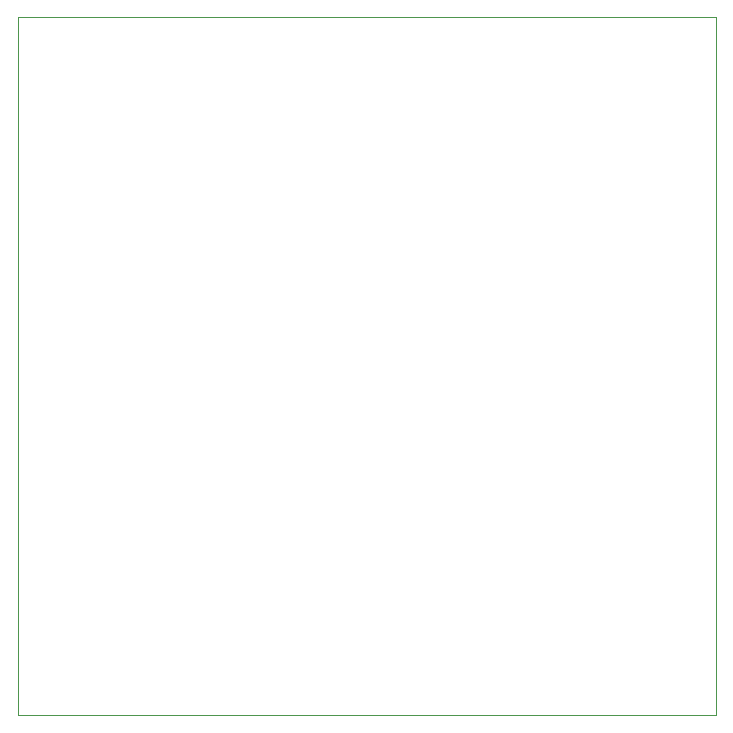
<source format=gbr>
%TF.GenerationSoftware,KiCad,Pcbnew,8.0.0-rc1-6-gb7460f29b4*%
%TF.CreationDate,2025-03-10T16:23:27+01:00*%
%TF.ProjectId,yig_current_regulator,7969675f-6375-4727-9265-6e745f726567,rev?*%
%TF.SameCoordinates,Original*%
%TF.FileFunction,Profile,NP*%
%FSLAX46Y46*%
G04 Gerber Fmt 4.6, Leading zero omitted, Abs format (unit mm)*
G04 Created by KiCad (PCBNEW 8.0.0-rc1-6-gb7460f29b4) date 2025-03-10 16:23:27*
%MOMM*%
%LPD*%
G01*
G04 APERTURE LIST*
%TA.AperFunction,Profile*%
%ADD10C,0.100000*%
%TD*%
G04 APERTURE END LIST*
D10*
X47218600Y-48742600D02*
X106273600Y-48742600D01*
X106273600Y-107797600D01*
X47218600Y-107797600D01*
X47218600Y-48742600D01*
M02*

</source>
